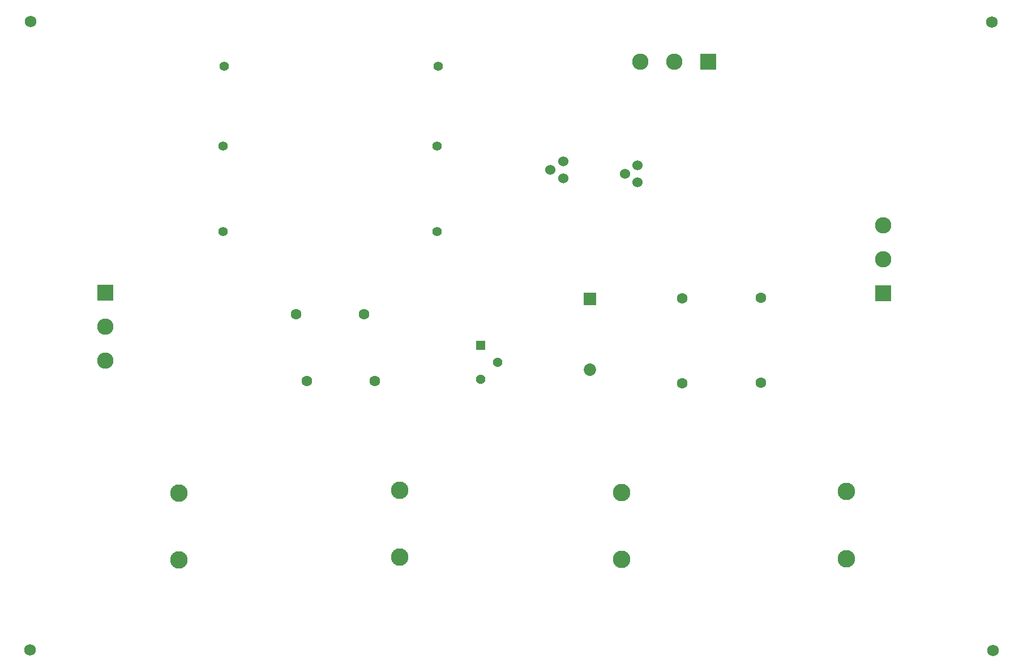
<source format=gbs>
G04*
G04 #@! TF.GenerationSoftware,Altium Limited,Altium Designer,22.3.1 (43)*
G04*
G04 Layer_Color=16711935*
%FSLAX25Y25*%
%MOIN*%
G70*
G04*
G04 #@! TF.SameCoordinates,EC9277C9-050F-4012-A3D3-CC2B3E04D0D2*
G04*
G04*
G04 #@! TF.FilePolarity,Negative*
G04*
G01*
G75*
%ADD15C,0.05524*%
%ADD16C,0.09658*%
%ADD17R,0.09658X0.09658*%
%ADD18R,0.05611X0.05611*%
%ADD19C,0.05611*%
%ADD20C,0.06312*%
%ADD21C,0.10300*%
%ADD22R,0.07296X0.07296*%
%ADD23C,0.07296*%
%ADD24C,0.06000*%
%ADD25R,0.09658X0.09658*%
%ADD26C,0.06800*%
D15*
X251600Y308900D02*
D03*
X125616D02*
D03*
X252084Y355800D02*
D03*
X126100D02*
D03*
X251600Y258500D02*
D03*
X125616D02*
D03*
D16*
X56311Y182500D02*
D03*
Y202500D02*
D03*
X514200Y262200D02*
D03*
Y242200D02*
D03*
X371200Y358489D02*
D03*
X391200D02*
D03*
D17*
X56311Y222500D02*
D03*
X514200Y222200D02*
D03*
D18*
X277300Y191400D02*
D03*
D19*
X287300Y181400D02*
D03*
X277300Y171400D02*
D03*
D20*
X174700Y170300D02*
D03*
X214700D02*
D03*
X395800Y219000D02*
D03*
Y169000D02*
D03*
X442100Y219500D02*
D03*
Y169500D02*
D03*
X208600Y209600D02*
D03*
X168600D02*
D03*
D21*
X229331Y66732D02*
D03*
Y106102D02*
D03*
X99606Y64961D02*
D03*
Y104331D02*
D03*
X492500Y65900D02*
D03*
Y105270D02*
D03*
X360000Y65400D02*
D03*
Y104770D02*
D03*
D22*
X341500Y218866D02*
D03*
D23*
Y177134D02*
D03*
D24*
X325800Y299800D02*
D03*
X318300Y294800D02*
D03*
X325800Y289800D02*
D03*
X369500Y297400D02*
D03*
X362000Y292400D02*
D03*
X369500Y287400D02*
D03*
D25*
X411200Y358489D02*
D03*
D26*
X12200Y382100D02*
D03*
X11900Y12000D02*
D03*
X578839Y11909D02*
D03*
X578248Y381594D02*
D03*
M02*

</source>
